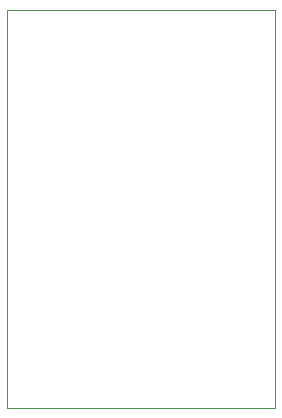
<source format=gbr>
%TF.GenerationSoftware,KiCad,Pcbnew,8.0.4*%
%TF.CreationDate,2024-10-12T11:12:09+09:00*%
%TF.ProjectId,XIAO_ButtonBatteryPCB,5849414f-5f42-4757-9474-6f6e42617474,rev?*%
%TF.SameCoordinates,Original*%
%TF.FileFunction,Profile,NP*%
%FSLAX46Y46*%
G04 Gerber Fmt 4.6, Leading zero omitted, Abs format (unit mm)*
G04 Created by KiCad (PCBNEW 8.0.4) date 2024-10-12 11:12:09*
%MOMM*%
%LPD*%
G01*
G04 APERTURE LIST*
%TA.AperFunction,Profile*%
%ADD10C,0.050000*%
%TD*%
G04 APERTURE END LIST*
D10*
X151240000Y-67700000D02*
X173960000Y-67700000D01*
X173960000Y-101400000D01*
X151240000Y-101400000D01*
X151240000Y-67700000D01*
M02*

</source>
